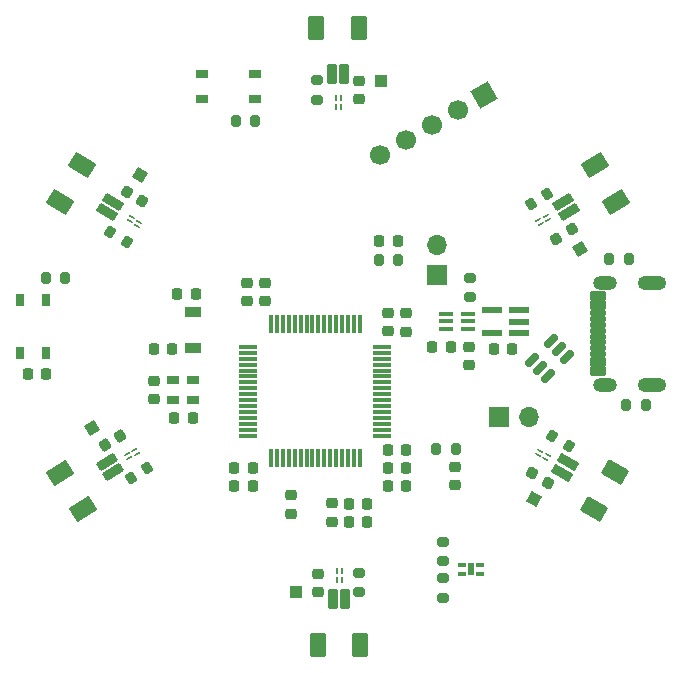
<source format=gts>
G04 #@! TF.GenerationSoftware,KiCad,Pcbnew,8.0.6*
G04 #@! TF.CreationDate,2025-05-06T14:40:44+02:00*
G04 #@! TF.ProjectId,capacitance,63617061-6369-4746-916e-63652e6b6963,rev?*
G04 #@! TF.SameCoordinates,Original*
G04 #@! TF.FileFunction,Soldermask,Top*
G04 #@! TF.FilePolarity,Negative*
%FSLAX46Y46*%
G04 Gerber Fmt 4.6, Leading zero omitted, Abs format (unit mm)*
G04 Created by KiCad (PCBNEW 8.0.6) date 2025-05-06 14:40:44*
%MOMM*%
%LPD*%
G01*
G04 APERTURE LIST*
G04 Aperture macros list*
%AMRoundRect*
0 Rectangle with rounded corners*
0 $1 Rounding radius*
0 $2 $3 $4 $5 $6 $7 $8 $9 X,Y pos of 4 corners*
0 Add a 4 corners polygon primitive as box body*
4,1,4,$2,$3,$4,$5,$6,$7,$8,$9,$2,$3,0*
0 Add four circle primitives for the rounded corners*
1,1,$1+$1,$2,$3*
1,1,$1+$1,$4,$5*
1,1,$1+$1,$6,$7*
1,1,$1+$1,$8,$9*
0 Add four rect primitives between the rounded corners*
20,1,$1+$1,$2,$3,$4,$5,0*
20,1,$1+$1,$4,$5,$6,$7,0*
20,1,$1+$1,$6,$7,$8,$9,0*
20,1,$1+$1,$8,$9,$2,$3,0*%
%AMHorizOval*
0 Thick line with rounded ends*
0 $1 width*
0 $2 $3 position (X,Y) of the first rounded end (center of the circle)*
0 $4 $5 position (X,Y) of the second rounded end (center of the circle)*
0 Add line between two ends*
20,1,$1,$2,$3,$4,$5,0*
0 Add two circle primitives to create the rounded ends*
1,1,$1,$2,$3*
1,1,$1,$4,$5*%
%AMRotRect*
0 Rectangle, with rotation*
0 The origin of the aperture is its center*
0 $1 length*
0 $2 width*
0 $3 Rotation angle, in degrees counterclockwise*
0 Add horizontal line*
21,1,$1,$2,0,0,$3*%
G04 Aperture macros list end*
%ADD10RoundRect,0.218750X0.218750X0.256250X-0.218750X0.256250X-0.218750X-0.256250X0.218750X-0.256250X0*%
%ADD11RoundRect,0.225000X0.225000X0.250000X-0.225000X0.250000X-0.225000X-0.250000X0.225000X-0.250000X0*%
%ADD12R,0.152400X0.533400*%
%ADD13R,0.990600X0.711200*%
%ADD14RoundRect,0.200000X0.200000X0.275000X-0.200000X0.275000X-0.200000X-0.275000X0.200000X-0.275000X0*%
%ADD15RoundRect,0.200000X0.275000X-0.200000X0.275000X0.200000X-0.275000X0.200000X-0.275000X-0.200000X0*%
%ADD16R,1.700000X1.700000*%
%ADD17O,1.700000X1.700000*%
%ADD18RoundRect,0.200000X-0.200000X-0.275000X0.200000X-0.275000X0.200000X0.275000X-0.200000X0.275000X0*%
%ADD19RotRect,0.533400X0.152400X150.000000*%
%ADD20R,1.805236X0.612132*%
%ADD21RoundRect,0.225000X0.250000X-0.225000X0.250000X0.225000X-0.250000X0.225000X-0.250000X-0.225000X0*%
%ADD22RoundRect,0.225000X-0.225000X-0.250000X0.225000X-0.250000X0.225000X0.250000X-0.225000X0.250000X0*%
%ADD23RoundRect,0.200000X-0.275000X0.200000X-0.275000X-0.200000X0.275000X-0.200000X0.275000X0.200000X0*%
%ADD24RoundRect,0.102000X-0.816213X-0.156273X-0.498261X-0.665102X0.816213X0.156273X0.498261X0.665102X0*%
%ADD25RoundRect,0.102000X-1.081195X0.031902X-0.445292X-0.985756X1.081195X-0.031902X0.445292X0.985756X0*%
%ADD26RoundRect,0.200000X0.029798X0.338729X-0.313069X0.132713X-0.029798X-0.338729X0.313069X-0.132713X0*%
%ADD27R,0.990600X0.736600*%
%ADD28R,1.000000X1.000000*%
%ADD29RoundRect,0.102000X-0.509793X0.656305X-0.818816X0.142004X0.509793X-0.656305X0.818816X-0.142004X0*%
%ADD30RoundRect,0.102000X-0.462428X0.977835X-1.080473X-0.050766X0.462428X-0.977835X1.080473X0.050766X0*%
%ADD31RoundRect,0.225000X-0.250000X0.225000X-0.250000X-0.225000X0.250000X-0.225000X0.250000X0.225000X0*%
%ADD32RoundRect,0.075000X-0.700000X-0.075000X0.700000X-0.075000X0.700000X0.075000X-0.700000X0.075000X0*%
%ADD33RoundRect,0.075000X-0.075000X-0.700000X0.075000X-0.700000X0.075000X0.700000X-0.075000X0.700000X0*%
%ADD34RotRect,1.000000X1.000000X61.000000*%
%ADD35RotRect,1.000000X1.000000X122.000000*%
%ADD36R,0.711200X0.990600*%
%ADD37R,1.200000X0.400000*%
%ADD38RoundRect,0.225000X0.064103X0.330175X-0.321622X0.098408X-0.064103X-0.330175X0.321622X-0.098408X0*%
%ADD39RotRect,0.533400X0.152400X329.000000*%
%ADD40RotRect,1.700000X1.700000X300.000000*%
%ADD41HorizOval,1.700000X0.000000X0.000000X0.000000X0.000000X0*%
%ADD42RoundRect,0.225000X-0.321622X-0.098408X0.064103X-0.330175X0.321622X0.098408X-0.064103X0.330175X0*%
%ADD43RotRect,1.000000X1.000000X211.000000*%
%ADD44RoundRect,0.102000X0.818816X0.142004X0.509793X0.656305X-0.818816X-0.142004X-0.509793X-0.656305X0*%
%ADD45RoundRect,0.102000X1.080473X-0.050766X0.462428X0.977835X-1.080473X0.050766X-0.462428X-0.977835X0*%
%ADD46RoundRect,0.218750X0.256250X-0.218750X0.256250X0.218750X-0.256250X0.218750X-0.256250X-0.218750X0*%
%ADD47RoundRect,0.225000X-0.058331X-0.331244X0.323291X-0.092780X0.058331X0.331244X-0.323291X0.092780X0*%
%ADD48RoundRect,0.225000X0.319856X0.104006X-0.069856X0.329006X-0.319856X-0.104006X0.069856X-0.329006X0*%
%ADD49RotRect,0.533400X0.152400X32.000000*%
%ADD50RotRect,0.533400X0.152400X211.000000*%
%ADD51R,1.397000X0.965200*%
%ADD52RoundRect,0.102000X-0.300000X-0.775000X0.300000X-0.775000X0.300000X0.775000X-0.300000X0.775000X0*%
%ADD53RoundRect,0.102000X-0.600000X-0.900000X0.600000X-0.900000X0.600000X0.900000X-0.600000X0.900000X0*%
%ADD54RotRect,1.000000X1.000000X59.000000*%
%ADD55RoundRect,0.102000X0.575000X-0.300000X0.575000X0.300000X-0.575000X0.300000X-0.575000X-0.300000X0*%
%ADD56RoundRect,0.102000X0.575000X-0.150000X0.575000X0.150000X-0.575000X0.150000X-0.575000X-0.150000X0*%
%ADD57O,2.004000X1.204000*%
%ADD58O,2.404000X1.204000*%
%ADD59RoundRect,0.102000X0.521170X-0.647308X0.821170X-0.127692X-0.521170X0.647308X-0.821170X0.127692X0*%
%ADD60RoundRect,0.102000X0.479423X-0.969615X1.079423X0.069615X-0.479423X0.969615X-1.079423X-0.069615X0*%
%ADD61R,0.711200X0.304800*%
%ADD62R,0.508000X1.092200*%
%ADD63RoundRect,0.200000X-0.313069X-0.132713X0.029798X-0.338729X0.313069X0.132713X-0.029798X0.338729X0*%
%ADD64RoundRect,0.102000X0.300000X0.775000X-0.300000X0.775000X-0.300000X-0.775000X0.300000X-0.775000X0*%
%ADD65RoundRect,0.102000X0.600000X0.900000X-0.600000X0.900000X-0.600000X-0.900000X0.600000X-0.900000X0*%
%ADD66RoundRect,0.150000X0.256326X0.468458X-0.468458X-0.256326X-0.256326X-0.468458X0.468458X0.256326X0*%
%ADD67RoundRect,0.200000X-0.023882X-0.339197X0.315337X-0.127229X0.023882X0.339197X-0.315337X0.127229X0*%
%ADD68RoundRect,0.200000X0.310705X0.138157X-0.035705X0.338157X-0.310705X-0.138157X0.035705X-0.338157X0*%
G04 APERTURE END LIST*
D10*
X148327502Y-97120001D03*
X146752498Y-97119999D03*
D11*
X136025003Y-117819999D03*
X134475001Y-117819999D03*
X130955001Y-112100000D03*
X129404999Y-112100000D03*
D12*
X143504452Y-84962436D03*
X143104452Y-84962436D03*
X143104452Y-85699036D03*
X143504452Y-85699036D03*
D13*
X131719999Y-82905001D03*
X136220001Y-82905001D03*
X131719999Y-85054999D03*
X136220001Y-85054999D03*
D12*
X143178348Y-125750000D03*
X143578348Y-125750000D03*
X143578348Y-125013400D03*
X143178348Y-125013400D03*
D14*
X167865004Y-98579998D03*
X166214996Y-98580002D03*
D15*
X152155659Y-127290311D03*
X152155659Y-125640311D03*
D11*
X131205001Y-101534000D03*
X129654999Y-101534000D03*
D16*
X156892499Y-111959990D03*
D17*
X159432497Y-111959976D03*
D18*
X146702500Y-98720000D03*
X148352500Y-98720000D03*
D19*
X160819261Y-115561161D03*
X161019227Y-115214749D03*
X160381299Y-114846419D03*
X160181333Y-115192831D03*
D20*
X158620485Y-104850003D03*
X158620483Y-103899999D03*
X158620480Y-102949998D03*
X156319515Y-102949997D03*
X156319520Y-104850002D03*
D21*
X137070000Y-102155000D03*
X137070000Y-100605000D03*
D22*
X144205000Y-120840000D03*
X145755000Y-120840000D03*
D23*
X152149513Y-122560311D03*
X152149513Y-124210311D03*
D22*
X144180000Y-119340000D03*
X145730000Y-119340000D03*
D24*
X123719144Y-115793611D03*
X124249040Y-116641664D03*
D25*
X119744069Y-116744599D03*
X121651763Y-119797583D03*
D22*
X147465003Y-116319999D03*
X149014997Y-116320001D03*
D26*
X160981678Y-93085785D03*
X159567384Y-93935583D03*
D27*
X129286399Y-108831099D03*
X129286400Y-110561099D03*
X131013601Y-110561099D03*
X131013600Y-108831099D03*
D28*
X146910000Y-83550000D03*
D21*
X149020000Y-104765001D03*
X149020000Y-103214999D03*
D11*
X152795001Y-106020000D03*
X151244999Y-106020000D03*
D29*
X124225183Y-93783409D03*
X123710136Y-94640574D03*
D30*
X121573204Y-90673322D03*
X119719058Y-93759120D03*
D31*
X127680000Y-108934999D03*
X127680000Y-110485001D03*
D32*
X135675000Y-106050000D03*
X135675000Y-106550000D03*
X135675000Y-107050000D03*
X135675000Y-107550000D03*
X135675000Y-108050000D03*
X135675000Y-108550000D03*
X135675000Y-109050000D03*
X135675000Y-109550000D03*
X135675000Y-110050000D03*
X135675000Y-110550000D03*
X135675000Y-111050000D03*
X135675000Y-111550000D03*
X135675000Y-112050000D03*
X135675000Y-112550000D03*
X135675000Y-113050000D03*
X135675000Y-113550000D03*
D33*
X137600000Y-115475000D03*
X138100000Y-115475000D03*
X138600000Y-115475000D03*
X139100000Y-115475000D03*
X139600000Y-115475000D03*
X140100000Y-115475000D03*
X140600000Y-115475000D03*
X141100000Y-115475000D03*
X141600000Y-115475000D03*
X142100000Y-115475000D03*
X142600000Y-115475000D03*
X143100000Y-115475000D03*
X143600000Y-115475000D03*
X144100000Y-115475000D03*
X144600000Y-115475000D03*
X145100000Y-115475000D03*
D32*
X147025000Y-113550000D03*
X147025000Y-113050000D03*
X147025000Y-112550000D03*
X147025000Y-112050000D03*
X147025000Y-111550000D03*
X147025000Y-111050000D03*
X147025000Y-110550000D03*
X147025000Y-110050000D03*
X147025000Y-109550000D03*
X147025000Y-109050000D03*
X147025000Y-108550000D03*
X147025000Y-108050000D03*
X147025000Y-107550000D03*
X147025000Y-107050000D03*
X147025000Y-106550000D03*
X147025000Y-106050000D03*
D33*
X145100000Y-104125000D03*
X144600000Y-104125000D03*
X144100000Y-104125000D03*
X143600000Y-104125000D03*
X143100000Y-104125000D03*
X142600000Y-104125000D03*
X142100000Y-104125000D03*
X141600000Y-104125000D03*
X141100000Y-104125000D03*
X140600000Y-104125000D03*
X140100000Y-104125000D03*
X139600000Y-104125000D03*
X139100000Y-104125000D03*
X138600000Y-104125000D03*
X138100000Y-104125000D03*
X137600000Y-104125000D03*
D34*
X159831812Y-118951195D03*
D31*
X154320026Y-106039994D03*
X154320000Y-107590000D03*
D35*
X122470000Y-112930000D03*
D36*
X116375001Y-106580001D03*
X116375001Y-102079998D03*
X118524999Y-106580002D03*
X118524999Y-102079999D03*
D37*
X154294996Y-104524943D03*
X154294997Y-103875005D03*
X154295014Y-103224969D03*
X152394998Y-103225025D03*
X152394997Y-103874963D03*
X152394980Y-104524999D03*
D14*
X136265000Y-86900000D03*
X134615000Y-86900000D03*
D38*
X163034775Y-96095495D03*
X161706171Y-96893815D03*
D39*
X125820436Y-95081291D03*
X125614420Y-95424156D03*
X126245810Y-95803533D03*
X126451826Y-95460668D03*
D31*
X145060003Y-83535003D03*
X145059999Y-85084997D03*
D40*
X155609114Y-84730000D03*
D41*
X153409409Y-86000000D03*
X151209705Y-87270000D03*
X149010000Y-88540000D03*
X146810296Y-89810000D03*
D42*
X125373056Y-92892338D03*
X126701656Y-93690648D03*
D14*
X153220000Y-114680001D03*
X151570000Y-114680001D03*
D43*
X163710149Y-97759481D03*
D11*
X118565000Y-108339999D03*
X117015000Y-108339999D03*
D16*
X151650022Y-99929998D03*
D17*
X151650000Y-97390000D03*
D44*
X162841126Y-94619877D03*
X162326125Y-93762698D03*
D45*
X166832219Y-93738386D03*
X164978111Y-90652563D03*
D46*
X142725000Y-120847500D03*
X142725000Y-119272500D03*
D47*
X123521867Y-114373273D03*
X124836353Y-113551901D03*
D48*
X161002625Y-117532074D03*
X159660281Y-116757074D03*
D15*
X145058349Y-126826700D03*
X145058345Y-125176702D03*
D49*
X125392706Y-115140959D03*
X125604695Y-115480158D03*
X126229386Y-115089819D03*
X126017397Y-114750620D03*
D18*
X167665006Y-110950024D03*
X169314994Y-110949976D03*
D50*
X161072866Y-95298299D03*
X160866872Y-94955503D03*
X160235428Y-95334895D03*
X160441422Y-95677691D03*
D21*
X141538347Y-126791701D03*
X141538349Y-125241709D03*
D51*
X131000000Y-103102000D03*
X131000000Y-106150000D03*
D52*
X142838347Y-127421701D03*
X143838344Y-127421704D03*
D53*
X141538346Y-131296700D03*
X145138348Y-131296703D03*
D54*
X126535181Y-91503412D03*
D15*
X154410000Y-101860000D03*
X154410000Y-100210000D03*
D22*
X147464999Y-117830000D03*
X149015001Y-117830000D03*
D11*
X136025001Y-116300000D03*
X134474999Y-116300000D03*
D31*
X139240000Y-118620000D03*
X139240000Y-120170000D03*
D55*
X165265000Y-108120000D03*
X165265000Y-107320000D03*
D56*
X165265000Y-106170000D03*
X165265000Y-105170000D03*
X165265000Y-104670000D03*
X165265000Y-103670000D03*
D55*
X165265000Y-102520000D03*
X165265000Y-101720000D03*
D56*
X165265000Y-103170000D03*
X165265000Y-104170000D03*
X165265000Y-105670000D03*
X165265000Y-106670000D03*
D57*
X165840000Y-109240000D03*
D58*
X169840000Y-109240000D03*
D57*
X165840000Y-100600000D03*
D58*
X169840000Y-100600000D03*
D59*
X162226758Y-116696445D03*
X162726793Y-115830427D03*
D60*
X164932631Y-119759769D03*
X166732636Y-116642093D03*
D61*
X153760699Y-124469951D03*
X153760699Y-125270049D03*
X155259301Y-125270049D03*
X155259301Y-124469951D03*
D62*
X154510000Y-124870000D03*
D22*
X147464999Y-114810000D03*
X149015001Y-114810000D03*
D11*
X129235001Y-106194000D03*
X127684999Y-106194000D03*
D46*
X153125000Y-117750001D03*
X153125000Y-116174999D03*
D63*
X123958011Y-96318508D03*
X125372351Y-97168316D03*
D64*
X143730001Y-82900003D03*
X142730004Y-82899999D03*
D65*
X145030003Y-79025005D03*
X141429999Y-79024997D03*
D66*
X162656093Y-106877405D03*
X161984331Y-106205675D03*
X161312573Y-105533909D03*
X159703907Y-107142595D03*
X160375669Y-107814325D03*
X161047427Y-108486091D03*
D28*
X139738347Y-126821701D03*
D21*
X135560000Y-102165000D03*
X135560000Y-100615000D03*
X147520000Y-104740002D03*
X147520000Y-103190000D03*
D23*
X141509996Y-83485000D03*
X141510006Y-85135000D03*
D11*
X157985003Y-106260013D03*
X156434997Y-106259987D03*
D67*
X125702875Y-117184500D03*
X127102129Y-116310118D03*
D68*
X162807087Y-114454576D03*
X161378155Y-113629588D03*
D14*
X120175000Y-100175000D03*
X118525000Y-100175000D03*
M02*

</source>
